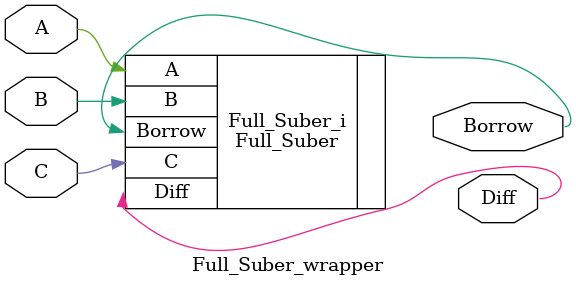
<source format=v>
`timescale 1 ps / 1 ps

module Full_Suber_wrapper
   (A,
    B,
    Borrow,
    C,
    Diff);
  input A;
  input B;
  output Borrow;
  input C;
  output Diff;

  wire A;
  wire B;
  wire Borrow;
  wire C;
  wire Diff;

  Full_Suber Full_Suber_i
       (.A(A),
        .B(B),
        .Borrow(Borrow),
        .C(C),
        .Diff(Diff));
endmodule

</source>
